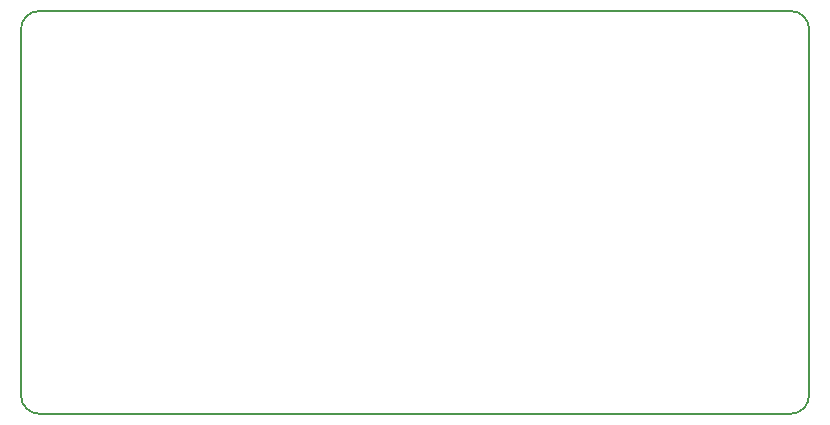
<source format=gm1>
G04*
G04 #@! TF.GenerationSoftware,Altium Limited,Altium Designer,21.0.8 (223)*
G04*
G04 Layer_Color=16711935*
%FSLAX25Y25*%
%MOIN*%
G70*
G04*
G04 #@! TF.SameCoordinates,76373615-CB27-452B-AC01-166D02EDBD73*
G04*
G04*
G04 #@! TF.FilePolarity,Positive*
G04*
G01*
G75*
%ADD14C,0.00787*%
D14*
X100000Y279500D02*
G03*
X106200Y273600I6050J150D01*
G01*
X105900Y407800D02*
G03*
X100000Y401600I150J-6050D01*
G01*
X362700Y401898D02*
G03*
X356500Y407798I-6050J-150D01*
G01*
X356800Y273600D02*
G03*
X362700Y279800I-150J6050D01*
G01*
X106200Y273600D02*
X356800D01*
X100000Y279500D02*
Y401600D01*
X105900Y407800D02*
X357000D01*
X362700Y279800D02*
Y401898D01*
M02*

</source>
